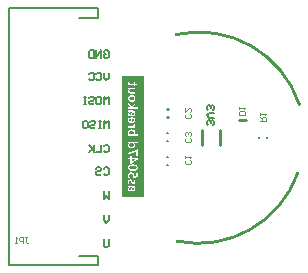
<source format=gbo>
G04 Layer_Color=32896*
%FSLAX25Y25*%
%MOIN*%
G70*
G01*
G75*
%ADD20C,0.01000*%
%ADD23C,0.00787*%
%ADD24C,0.00600*%
%ADD34C,0.00800*%
%ADD35C,0.00400*%
%ADD36C,0.00500*%
G36*
X354336Y234995D02*
X346944D01*
Y275430D01*
X354336D01*
Y234995D01*
D02*
G37*
%LPC*%
G36*
X352152Y250992D02*
X351892D01*
X351881Y250980D01*
X351864Y250969D01*
X351836Y250958D01*
X351803Y250942D01*
X351764Y250919D01*
X351675Y250869D01*
X351564Y250814D01*
X351442Y250747D01*
X351314Y250681D01*
X351181Y250614D01*
X351176D01*
X351165Y250609D01*
X351148Y250598D01*
X351120Y250586D01*
X351087Y250570D01*
X351048Y250553D01*
X350959Y250509D01*
X350848Y250459D01*
X350732Y250409D01*
X350598Y250353D01*
X350465Y250298D01*
X350460D01*
X350448Y250292D01*
X350432Y250287D01*
X350404Y250276D01*
X350371Y250259D01*
X350332Y250248D01*
X350238Y250215D01*
X350127Y250176D01*
X350005Y250131D01*
X349877Y250087D01*
X349738Y250048D01*
X349733D01*
X349722Y250043D01*
X349705Y250037D01*
X349677Y250031D01*
X349644Y250020D01*
X349605Y250009D01*
X349511Y249987D01*
X349400Y249965D01*
X349277Y249937D01*
X349139Y249909D01*
X349000Y249887D01*
Y249354D01*
X349017D01*
X349033Y249360D01*
X349061Y249365D01*
X349089Y249371D01*
X349122Y249377D01*
X349211Y249393D01*
X349311Y249415D01*
X349427Y249438D01*
X349549Y249471D01*
X349672Y249504D01*
X349677D01*
X349688Y249510D01*
X349705Y249515D01*
X349733Y249521D01*
X349760Y249532D01*
X349799Y249543D01*
X349883Y249571D01*
X349988Y249604D01*
X350099Y249643D01*
X350221Y249687D01*
X350349Y249732D01*
X350354D01*
X350365Y249737D01*
X350382Y249743D01*
X350410Y249754D01*
X350437Y249765D01*
X350476Y249782D01*
X350559Y249820D01*
X350665Y249865D01*
X350776Y249915D01*
X350898Y249965D01*
X351026Y250026D01*
X351031D01*
X351042Y250031D01*
X351059Y250043D01*
X351087Y250054D01*
X351115Y250070D01*
X351153Y250087D01*
X351242Y250131D01*
X351348Y250187D01*
X351464Y250242D01*
X351592Y250309D01*
X351719Y250376D01*
Y248883D01*
X352152D01*
Y250992D01*
D02*
G37*
G36*
X350115Y248638D02*
X349688D01*
Y248172D01*
X349000D01*
Y247673D01*
X349688D01*
Y246246D01*
X350121D01*
X350132Y246257D01*
X350160Y246280D01*
X350204Y246318D01*
X350260Y246368D01*
X350332Y246429D01*
X350410Y246496D01*
X350499Y246568D01*
X350593Y246640D01*
X350598D01*
X350604Y246652D01*
X350637Y246674D01*
X350687Y246718D01*
X350754Y246768D01*
X350832Y246829D01*
X350920Y246896D01*
X351015Y246962D01*
X351109Y247034D01*
X351115D01*
X351120Y247045D01*
X351153Y247068D01*
X351209Y247101D01*
X351275Y247151D01*
X351359Y247201D01*
X351448Y247262D01*
X351542Y247323D01*
X351642Y247384D01*
X351647D01*
X351653Y247390D01*
X351686Y247412D01*
X351742Y247440D01*
X351808Y247478D01*
X351886Y247523D01*
X351969Y247567D01*
X352152Y247656D01*
Y248172D01*
X350115D01*
Y248638D01*
D02*
G37*
G36*
X350282Y257624D02*
X350132D01*
X350093Y257618D01*
X350049D01*
X349993Y257607D01*
X349932Y257602D01*
X349866Y257591D01*
X349722Y257557D01*
X349572Y257507D01*
X349500Y257480D01*
X349427Y257441D01*
X349355Y257402D01*
X349289Y257352D01*
X349283Y257346D01*
X349272Y257341D01*
X349255Y257324D01*
X349239Y257302D01*
X349211Y257274D01*
X349183Y257241D01*
X349150Y257202D01*
X349122Y257158D01*
X349056Y257052D01*
X349006Y256925D01*
X348983Y256852D01*
X348967Y256780D01*
X348956Y256697D01*
X348950Y256614D01*
Y256608D01*
Y256597D01*
Y256569D01*
X348956Y256542D01*
X348961Y256503D01*
X348972Y256464D01*
X348994Y256364D01*
X349039Y256259D01*
X349072Y256203D01*
X349106Y256148D01*
X349150Y256092D01*
X349200Y256042D01*
X349255Y255992D01*
X349322Y255948D01*
Y255937D01*
X349000D01*
Y255426D01*
X352336D01*
Y255937D01*
X350854D01*
Y255948D01*
X350859Y255953D01*
X350876Y255959D01*
X350898Y255976D01*
X350926Y255998D01*
X350959Y256025D01*
X350998Y256059D01*
X351037Y256098D01*
X351081Y256142D01*
X351120Y256192D01*
X351159Y256247D01*
X351198Y256314D01*
X351231Y256381D01*
X351264Y256458D01*
X351287Y256536D01*
X351298Y256619D01*
X351303Y256714D01*
Y256719D01*
Y256730D01*
Y256752D01*
X351298Y256786D01*
X351292Y256819D01*
X351287Y256863D01*
X351264Y256958D01*
X351231Y257063D01*
X351176Y257174D01*
X351142Y257230D01*
X351098Y257285D01*
X351054Y257335D01*
X350998Y257380D01*
X350992Y257385D01*
X350987Y257391D01*
X350965Y257402D01*
X350942Y257418D01*
X350915Y257435D01*
X350876Y257457D01*
X350832Y257480D01*
X350787Y257502D01*
X350732Y257524D01*
X350671Y257546D01*
X350604Y257568D01*
X350532Y257585D01*
X350371Y257613D01*
X350282Y257624D01*
D02*
G37*
G36*
X352336Y253528D02*
X349000D01*
Y253017D01*
X349377D01*
Y253006D01*
X349372D01*
X349361Y252995D01*
X349339Y252978D01*
X349311Y252962D01*
X349277Y252934D01*
X349244Y252901D01*
X349205Y252862D01*
X349166Y252818D01*
X349122Y252767D01*
X349083Y252712D01*
X349050Y252651D01*
X349017Y252584D01*
X348989Y252507D01*
X348967Y252429D01*
X348956Y252340D01*
X348950Y252246D01*
Y252240D01*
Y252229D01*
Y252207D01*
X348956Y252179D01*
X348961Y252140D01*
X348967Y252101D01*
X348989Y252007D01*
X349022Y251902D01*
X349078Y251791D01*
X349111Y251735D01*
X349150Y251680D01*
X349200Y251630D01*
X349250Y251580D01*
X349255D01*
X349266Y251569D01*
X349283Y251558D01*
X349305Y251541D01*
X349333Y251524D01*
X349372Y251502D01*
X349416Y251480D01*
X349466Y251458D01*
X349522Y251430D01*
X349583Y251408D01*
X349649Y251386D01*
X349722Y251369D01*
X349799Y251352D01*
X349888Y251341D01*
X349977Y251336D01*
X350071Y251330D01*
X350127D01*
X350166Y251336D01*
X350210Y251341D01*
X350265Y251347D01*
X350326Y251352D01*
X350393Y251363D01*
X350537Y251397D01*
X350687Y251447D01*
X350759Y251480D01*
X350832Y251519D01*
X350898Y251558D01*
X350965Y251608D01*
X350970Y251613D01*
X350981Y251619D01*
X350998Y251635D01*
X351020Y251658D01*
X351042Y251685D01*
X351070Y251719D01*
X351103Y251758D01*
X351137Y251802D01*
X351198Y251907D01*
X351253Y252035D01*
X351270Y252107D01*
X351287Y252179D01*
X351298Y252262D01*
X351303Y252346D01*
Y252351D01*
Y252368D01*
Y252390D01*
X351298Y252418D01*
X351292Y252457D01*
X351287Y252501D01*
X351259Y252601D01*
X351214Y252707D01*
X351187Y252762D01*
X351148Y252818D01*
X351109Y252868D01*
X351059Y252917D01*
X351004Y252967D01*
X350937Y253006D01*
Y253017D01*
X352336D01*
Y253528D01*
D02*
G37*
G36*
X349622Y240974D02*
X349594D01*
X349561Y240968D01*
X349522Y240963D01*
X349472Y240957D01*
X349422Y240940D01*
X349372Y240924D01*
X349322Y240896D01*
X349316Y240891D01*
X349300Y240879D01*
X349277Y240863D01*
X349250Y240841D01*
X349216Y240813D01*
X349178Y240774D01*
X349144Y240735D01*
X349111Y240685D01*
X349106Y240680D01*
X349100Y240663D01*
X349083Y240635D01*
X349067Y240596D01*
X349044Y240552D01*
X349022Y240502D01*
X349006Y240441D01*
X348989Y240380D01*
Y240374D01*
X348983Y240352D01*
X348978Y240313D01*
X348972Y240269D01*
X348961Y240213D01*
X348956Y240152D01*
X348950Y240086D01*
Y240014D01*
Y240008D01*
Y239997D01*
Y239980D01*
Y239953D01*
X348956Y239919D01*
Y239886D01*
X348967Y239797D01*
X348978Y239697D01*
X349000Y239592D01*
X349028Y239481D01*
X349067Y239375D01*
X349538D01*
Y239381D01*
X349527Y239387D01*
X349516Y239403D01*
X349505Y239425D01*
X349472Y239486D01*
X349433Y239564D01*
X349389Y239658D01*
X349355Y239764D01*
X349333Y239880D01*
X349322Y240008D01*
Y240014D01*
Y240030D01*
Y240053D01*
X349327Y240080D01*
X349339Y240152D01*
X349355Y240241D01*
X349389Y240324D01*
X349439Y240397D01*
X349466Y240424D01*
X349505Y240446D01*
X349544Y240463D01*
X349594Y240469D01*
X349605D01*
X349638Y240463D01*
X349683Y240452D01*
X349727Y240430D01*
X349738Y240424D01*
X349760Y240402D01*
X349788Y240369D01*
X349821Y240324D01*
Y240319D01*
X349827Y240313D01*
X349849Y240280D01*
X349871Y240230D01*
X349899Y240163D01*
Y240158D01*
X349905Y240147D01*
X349910Y240130D01*
X349921Y240102D01*
X349943Y240041D01*
X349971Y239958D01*
Y239953D01*
X349982Y239936D01*
X349993Y239908D01*
X350005Y239875D01*
X350043Y239797D01*
X350088Y239708D01*
X350093Y239703D01*
X350099Y239692D01*
X350110Y239669D01*
X350127Y239642D01*
X350171Y239586D01*
X350226Y239525D01*
X350232Y239520D01*
X350243Y239514D01*
X350254Y239503D01*
X350276Y239486D01*
X350332Y239448D01*
X350404Y239414D01*
X350410D01*
X350421Y239409D01*
X350443Y239403D01*
X350471Y239398D01*
X350504Y239387D01*
X350543Y239381D01*
X350637Y239375D01*
X350665D01*
X350693Y239381D01*
X350732Y239387D01*
X350776Y239392D01*
X350826Y239409D01*
X350876Y239425D01*
X350920Y239453D01*
X350926Y239459D01*
X350942Y239470D01*
X350965Y239486D01*
X350992Y239509D01*
X351026Y239536D01*
X351065Y239575D01*
X351131Y239658D01*
X351137Y239664D01*
X351148Y239681D01*
X351159Y239708D01*
X351181Y239747D01*
X351203Y239792D01*
X351220Y239842D01*
X351259Y239953D01*
Y239958D01*
X351264Y239980D01*
X351275Y240014D01*
X351281Y240058D01*
X351292Y240108D01*
X351298Y240169D01*
X351303Y240297D01*
Y240302D01*
Y240313D01*
Y240324D01*
Y240347D01*
X351298Y240408D01*
X351292Y240485D01*
X351281Y240569D01*
X351264Y240663D01*
X351242Y240763D01*
X351209Y240857D01*
X350759D01*
X350765Y240846D01*
X350787Y240813D01*
X350815Y240768D01*
X350843Y240702D01*
X350876Y240619D01*
X350898Y240530D01*
X350920Y240424D01*
X350926Y240313D01*
Y240308D01*
Y240297D01*
Y240280D01*
Y240252D01*
X350915Y240197D01*
X350904Y240136D01*
Y240130D01*
X350898Y240125D01*
X350892Y240091D01*
X350876Y240047D01*
X350848Y240003D01*
X350843Y239991D01*
X350826Y239969D01*
X350798Y239942D01*
X350765Y239914D01*
X350754Y239908D01*
X350732Y239903D01*
X350698Y239892D01*
X350654Y239886D01*
X350643D01*
X350609Y239892D01*
X350571Y239897D01*
X350532Y239914D01*
X350526Y239919D01*
X350504Y239936D01*
X350471Y239969D01*
X350443Y240008D01*
Y240014D01*
X350437Y240019D01*
X350421Y240047D01*
X350399Y240097D01*
X350371Y240152D01*
Y240158D01*
X350365Y240169D01*
X350360Y240186D01*
X350354Y240208D01*
X350332Y240269D01*
X350304Y240347D01*
Y240352D01*
X350293Y240369D01*
X350282Y240397D01*
X350265Y240435D01*
X350226Y240519D01*
X350182Y240608D01*
Y240613D01*
X350171Y240630D01*
X350160Y240646D01*
X350143Y240674D01*
X350099Y240741D01*
X350043Y240802D01*
X350038Y240807D01*
X350032Y240818D01*
X350016Y240829D01*
X349993Y240852D01*
X349932Y240891D01*
X349860Y240929D01*
X349855D01*
X349844Y240935D01*
X349821Y240946D01*
X349794Y240952D01*
X349760Y240963D01*
X349716Y240968D01*
X349622Y240974D01*
D02*
G37*
G36*
X350465Y238893D02*
X349000D01*
Y238399D01*
X349350D01*
Y238387D01*
X349344D01*
X349333Y238376D01*
X349311Y238365D01*
X349289Y238343D01*
X349222Y238288D01*
X349150Y238215D01*
X349078Y238121D01*
X349011Y237999D01*
X348989Y237932D01*
X348967Y237866D01*
X348956Y237788D01*
X348950Y237705D01*
Y237699D01*
Y237688D01*
Y237671D01*
X348956Y237649D01*
X348961Y237588D01*
X348972Y237516D01*
X348994Y237433D01*
X349028Y237344D01*
X349067Y237261D01*
X349128Y237183D01*
X349139Y237178D01*
X349161Y237155D01*
X349200Y237122D01*
X349255Y237089D01*
X349322Y237055D01*
X349405Y237022D01*
X349500Y237000D01*
X349605Y236995D01*
X349633D01*
X349666Y237000D01*
X349705Y237005D01*
X349755Y237017D01*
X349810Y237033D01*
X349871Y237055D01*
X349938Y237089D01*
X350005Y237128D01*
X350066Y237178D01*
X350132Y237233D01*
X350188Y237305D01*
X350243Y237388D01*
X350288Y237488D01*
X350321Y237605D01*
X350349Y237733D01*
X350443Y238399D01*
X350465D01*
X350487Y238393D01*
X350515D01*
X350554Y238387D01*
X350593Y238376D01*
X350682Y238343D01*
X350726Y238315D01*
X350770Y238288D01*
X350809Y238249D01*
X350848Y238204D01*
X350876Y238154D01*
X350898Y238093D01*
X350915Y238021D01*
X350920Y237944D01*
Y237938D01*
Y237927D01*
Y237905D01*
X350915Y237877D01*
Y237838D01*
X350904Y237799D01*
X350887Y237699D01*
X350854Y237588D01*
X350804Y237466D01*
X350770Y237405D01*
X350737Y237338D01*
X350693Y237278D01*
X350643Y237216D01*
X351092D01*
Y237222D01*
X351103Y237233D01*
X351115Y237250D01*
X351126Y237278D01*
X351142Y237311D01*
X351159Y237355D01*
X351176Y237400D01*
X351198Y237455D01*
X351237Y237572D01*
X351270Y237710D01*
X351292Y237871D01*
X351303Y238038D01*
Y238049D01*
Y238077D01*
X351298Y238116D01*
X351292Y238171D01*
X351275Y238238D01*
X351259Y238310D01*
X351231Y238387D01*
X351198Y238465D01*
X351153Y238543D01*
X351098Y238621D01*
X351031Y238693D01*
X350948Y238759D01*
X350854Y238815D01*
X350743Y238854D01*
X350615Y238881D01*
X350465Y238893D01*
D02*
G37*
G36*
X350587Y245963D02*
X350510D01*
X350454Y245958D01*
X350388Y245952D01*
X350310Y245947D01*
X350226Y245941D01*
X350138Y245924D01*
X349938Y245891D01*
X349733Y245841D01*
X349638Y245808D01*
X349538Y245769D01*
X349449Y245719D01*
X349366Y245669D01*
X349361Y245663D01*
X349350Y245658D01*
X349327Y245641D01*
X349300Y245614D01*
X349272Y245586D01*
X349233Y245547D01*
X349200Y245508D01*
X349161Y245458D01*
X349122Y245403D01*
X349083Y245342D01*
X349044Y245269D01*
X349017Y245197D01*
X348989Y245120D01*
X348967Y245036D01*
X348956Y244942D01*
X348950Y244848D01*
Y244842D01*
Y244826D01*
X348956Y244798D01*
Y244764D01*
X348961Y244726D01*
X348972Y244676D01*
X349000Y244565D01*
X349022Y244504D01*
X349050Y244443D01*
X349078Y244376D01*
X349117Y244315D01*
X349166Y244248D01*
X349216Y244187D01*
X349277Y244132D01*
X349350Y244076D01*
X349355Y244071D01*
X349366Y244065D01*
X349394Y244049D01*
X349422Y244032D01*
X349466Y244010D01*
X349516Y243987D01*
X349577Y243965D01*
X349644Y243937D01*
X349722Y243910D01*
X349810Y243888D01*
X349905Y243865D01*
X350010Y243843D01*
X350121Y243827D01*
X350243Y243810D01*
X350371Y243804D01*
X350510Y243799D01*
X350587D01*
X350648Y243804D01*
X350715Y243810D01*
X350798Y243815D01*
X350887Y243821D01*
X350981Y243838D01*
X351187Y243871D01*
X351398Y243921D01*
X351498Y243954D01*
X351597Y243993D01*
X351692Y244037D01*
X351775Y244087D01*
X351781Y244093D01*
X351792Y244098D01*
X351814Y244115D01*
X351842Y244143D01*
X351875Y244171D01*
X351914Y244210D01*
X351953Y244248D01*
X351991Y244298D01*
X352030Y244354D01*
X352069Y244420D01*
X352108Y244487D01*
X352141Y244559D01*
X352169Y244642D01*
X352191Y244726D01*
X352202Y244820D01*
X352208Y244920D01*
Y244925D01*
Y244931D01*
X352202Y244964D01*
X352197Y245014D01*
X352180Y245081D01*
X352158Y245164D01*
X352125Y245253D01*
X352075Y245342D01*
X352008Y245442D01*
X351919Y245541D01*
X351869Y245586D01*
X351814Y245636D01*
X351753Y245680D01*
X351681Y245719D01*
X351608Y245763D01*
X351525Y245802D01*
X351436Y245836D01*
X351337Y245869D01*
X351237Y245897D01*
X351120Y245919D01*
X351004Y245936D01*
X350870Y245952D01*
X350737Y245958D01*
X350587Y245963D01*
D02*
G37*
G36*
X349977Y243333D02*
X349932D01*
X349899Y243327D01*
X349860Y243321D01*
X349810Y243316D01*
X349705Y243294D01*
X349583Y243255D01*
X349522Y243233D01*
X349461Y243199D01*
X349400Y243161D01*
X349339Y243122D01*
X349277Y243072D01*
X349222Y243016D01*
X349216Y243011D01*
X349211Y243000D01*
X349194Y242983D01*
X349178Y242961D01*
X349155Y242927D01*
X349133Y242888D01*
X349111Y242844D01*
X349083Y242794D01*
X349056Y242733D01*
X349033Y242672D01*
X349011Y242600D01*
X348989Y242522D01*
X348972Y242439D01*
X348956Y242350D01*
X348950Y242256D01*
X348944Y242156D01*
Y242150D01*
Y242134D01*
Y242111D01*
Y242078D01*
X348950Y242045D01*
Y242001D01*
X348961Y241895D01*
X348978Y241784D01*
X349000Y241673D01*
X349028Y241562D01*
X349072Y241468D01*
X349561D01*
Y241473D01*
X349549Y241484D01*
X349544Y241501D01*
X349527Y241523D01*
X349494Y241584D01*
X349455Y241662D01*
X349416Y241756D01*
X349383Y241862D01*
X349361Y241978D01*
X349350Y242095D01*
Y242101D01*
Y242111D01*
Y242128D01*
Y242150D01*
X349361Y242206D01*
X349372Y242278D01*
X349389Y242361D01*
X349416Y242450D01*
X349455Y242533D01*
X349511Y242611D01*
X349516Y242622D01*
X349544Y242644D01*
X349577Y242672D01*
X349627Y242711D01*
X349694Y242750D01*
X349766Y242778D01*
X349855Y242800D01*
X349955Y242811D01*
X349966D01*
X349999Y242805D01*
X350049Y242800D01*
X350104Y242789D01*
X350171Y242761D01*
X350243Y242728D01*
X350310Y242678D01*
X350371Y242611D01*
X350376Y242600D01*
X350393Y242572D01*
X350421Y242528D01*
X350448Y242467D01*
X350471Y242384D01*
X350499Y242284D01*
X350515Y242173D01*
X350521Y242039D01*
Y242034D01*
Y242012D01*
Y241978D01*
X350515Y241928D01*
Y241856D01*
X350510Y241768D01*
X350504Y241718D01*
Y241656D01*
X350499Y241595D01*
X350493Y241523D01*
X352152Y241634D01*
Y243188D01*
X351719D01*
Y242062D01*
X350926Y242006D01*
Y242012D01*
Y242034D01*
X350931Y242062D01*
Y242095D01*
Y242139D01*
X350937Y242189D01*
Y242284D01*
Y242289D01*
Y242306D01*
Y242334D01*
X350931Y242367D01*
Y242406D01*
X350926Y242456D01*
X350904Y242567D01*
X350876Y242694D01*
X350826Y242822D01*
X350765Y242944D01*
X350721Y243000D01*
X350676Y243055D01*
X350671Y243061D01*
X350665Y243066D01*
X350648Y243083D01*
X350632Y243099D01*
X350604Y243122D01*
X350571Y243144D01*
X350493Y243194D01*
X350393Y243244D01*
X350271Y243288D01*
X350132Y243321D01*
X350060Y243327D01*
X349977Y243333D01*
D02*
G37*
G36*
X351248Y259450D02*
X350765D01*
X350770Y259444D01*
X350776Y259433D01*
X350787Y259411D01*
X350804Y259383D01*
X350815Y259344D01*
X350826Y259300D01*
X350832Y259244D01*
X350837Y259183D01*
Y259172D01*
X350832Y259144D01*
X350826Y259106D01*
X350809Y259050D01*
X350787Y258989D01*
X350748Y258928D01*
X350698Y258861D01*
X350632Y258800D01*
X350621Y258795D01*
X350593Y258778D01*
X350549Y258751D01*
X350487Y258728D01*
X350404Y258700D01*
X350310Y258673D01*
X350199Y258656D01*
X350077Y258651D01*
X349000D01*
Y258140D01*
X351253D01*
Y258651D01*
X350787D01*
Y258662D01*
X350793D01*
X350798Y258667D01*
X350826Y258678D01*
X350870Y258695D01*
X350926Y258717D01*
X350981Y258751D01*
X351042Y258789D01*
X351103Y258834D01*
X351159Y258889D01*
X351165Y258895D01*
X351181Y258917D01*
X351203Y258950D01*
X351226Y258989D01*
X351248Y259045D01*
X351270Y259100D01*
X351287Y259167D01*
X351292Y259239D01*
Y259244D01*
Y259261D01*
Y259289D01*
X351287Y259317D01*
X351275Y259389D01*
X351264Y259422D01*
X351248Y259450D01*
D02*
G37*
G36*
X349000Y266604D02*
Y265954D01*
X350082Y265077D01*
Y265072D01*
X349000D01*
Y264556D01*
X352336D01*
Y265072D01*
X350221D01*
Y265077D01*
X351253Y265904D01*
Y266520D01*
X350166Y265588D01*
X349000Y266604D01*
D02*
G37*
G36*
X350465Y263934D02*
X349000D01*
Y263440D01*
X349350D01*
Y263429D01*
X349344D01*
X349333Y263418D01*
X349311Y263407D01*
X349289Y263385D01*
X349222Y263329D01*
X349150Y263257D01*
X349078Y263163D01*
X349011Y263041D01*
X348989Y262974D01*
X348967Y262907D01*
X348956Y262830D01*
X348950Y262747D01*
Y262741D01*
Y262730D01*
Y262713D01*
X348956Y262691D01*
X348961Y262630D01*
X348972Y262558D01*
X348994Y262474D01*
X349028Y262386D01*
X349067Y262302D01*
X349128Y262225D01*
X349139Y262219D01*
X349161Y262197D01*
X349200Y262164D01*
X349255Y262130D01*
X349322Y262097D01*
X349405Y262064D01*
X349500Y262042D01*
X349605Y262036D01*
X349633D01*
X349666Y262042D01*
X349705Y262047D01*
X349755Y262058D01*
X349810Y262075D01*
X349871Y262097D01*
X349938Y262130D01*
X350005Y262169D01*
X350066Y262219D01*
X350132Y262275D01*
X350188Y262347D01*
X350243Y262430D01*
X350288Y262530D01*
X350321Y262647D01*
X350349Y262774D01*
X350443Y263440D01*
X350465D01*
X350487Y263435D01*
X350515D01*
X350554Y263429D01*
X350593Y263418D01*
X350682Y263385D01*
X350726Y263357D01*
X350770Y263329D01*
X350809Y263290D01*
X350848Y263246D01*
X350876Y263196D01*
X350898Y263135D01*
X350915Y263063D01*
X350920Y262985D01*
Y262980D01*
Y262968D01*
Y262946D01*
X350915Y262918D01*
Y262880D01*
X350904Y262841D01*
X350887Y262741D01*
X350854Y262630D01*
X350804Y262508D01*
X350770Y262447D01*
X350737Y262380D01*
X350693Y262319D01*
X350643Y262258D01*
X351092D01*
Y262264D01*
X351103Y262275D01*
X351115Y262291D01*
X351126Y262319D01*
X351142Y262352D01*
X351159Y262397D01*
X351176Y262441D01*
X351198Y262497D01*
X351237Y262613D01*
X351270Y262752D01*
X351292Y262913D01*
X351303Y263079D01*
Y263090D01*
Y263118D01*
X351298Y263157D01*
X351292Y263213D01*
X351275Y263279D01*
X351259Y263351D01*
X351231Y263429D01*
X351198Y263507D01*
X351153Y263584D01*
X351098Y263662D01*
X351031Y263734D01*
X350948Y263801D01*
X350854Y263856D01*
X350743Y263895D01*
X350615Y263923D01*
X350465Y263934D01*
D02*
G37*
G36*
X350132Y269096D02*
X350082D01*
X350043Y269090D01*
X349999Y269085D01*
X349943Y269079D01*
X349888Y269068D01*
X349821Y269057D01*
X349688Y269018D01*
X349616Y268990D01*
X349544Y268962D01*
X349472Y268924D01*
X349400Y268879D01*
X349333Y268829D01*
X349272Y268774D01*
X349266Y268768D01*
X349261Y268757D01*
X349244Y268741D01*
X349222Y268718D01*
X349200Y268685D01*
X349172Y268646D01*
X349139Y268602D01*
X349111Y268546D01*
X349083Y268491D01*
X349050Y268424D01*
X349022Y268357D01*
X349000Y268280D01*
X348978Y268197D01*
X348967Y268108D01*
X348956Y268019D01*
X348950Y267919D01*
Y267914D01*
Y267897D01*
Y267869D01*
X348956Y267830D01*
X348961Y267791D01*
X348967Y267736D01*
X348978Y267680D01*
X348989Y267619D01*
X349028Y267486D01*
X349083Y267347D01*
X349117Y267281D01*
X349161Y267214D01*
X349205Y267148D01*
X349261Y267087D01*
X349266Y267081D01*
X349277Y267075D01*
X349294Y267059D01*
X349316Y267037D01*
X349350Y267014D01*
X349389Y266987D01*
X349433Y266959D01*
X349483Y266931D01*
X349544Y266903D01*
X349605Y266876D01*
X349672Y266848D01*
X349749Y266826D01*
X349916Y266787D01*
X350005Y266781D01*
X350099Y266776D01*
X350154D01*
X350193Y266781D01*
X350238Y266787D01*
X350293Y266792D01*
X350354Y266804D01*
X350421Y266815D01*
X350565Y266853D01*
X350637Y266881D01*
X350709Y266915D01*
X350782Y266948D01*
X350854Y266992D01*
X350920Y267042D01*
X350981Y267098D01*
X350987Y267103D01*
X350998Y267114D01*
X351009Y267131D01*
X351031Y267159D01*
X351054Y267192D01*
X351081Y267231D01*
X351115Y267275D01*
X351142Y267331D01*
X351170Y267392D01*
X351203Y267458D01*
X351231Y267530D01*
X351253Y267608D01*
X351275Y267691D01*
X351292Y267780D01*
X351298Y267875D01*
X351303Y267974D01*
Y267980D01*
Y267997D01*
Y268024D01*
X351298Y268063D01*
X351292Y268108D01*
X351287Y268158D01*
X351275Y268213D01*
X351264Y268274D01*
X351226Y268408D01*
X351170Y268546D01*
X351137Y268613D01*
X351098Y268674D01*
X351048Y268741D01*
X350992Y268796D01*
X350987Y268801D01*
X350976Y268807D01*
X350959Y268824D01*
X350937Y268840D01*
X350904Y268868D01*
X350865Y268890D01*
X350820Y268918D01*
X350770Y268946D01*
X350709Y268973D01*
X350648Y269001D01*
X350576Y269029D01*
X350499Y269051D01*
X350415Y269068D01*
X350326Y269085D01*
X350232Y269090D01*
X350132Y269096D01*
D02*
G37*
G36*
X351253Y273430D02*
X350848D01*
Y272892D01*
X349688D01*
X349655Y272897D01*
X349610Y272903D01*
X349516Y272925D01*
X349472Y272942D01*
X349433Y272964D01*
X349427Y272970D01*
X349422Y272981D01*
X349405Y272997D01*
X349394Y273025D01*
X349377Y273058D01*
X349361Y273103D01*
X349355Y273153D01*
X349350Y273208D01*
Y273214D01*
Y273230D01*
X349355Y273253D01*
X349361Y273286D01*
X349383Y273358D01*
X349400Y273391D01*
X349427Y273430D01*
X349022D01*
X349017Y273425D01*
X349011Y273402D01*
X349000Y273369D01*
X348989Y273330D01*
X348972Y273275D01*
X348961Y273208D01*
X348956Y273130D01*
X348950Y273042D01*
Y273036D01*
Y273014D01*
X348956Y272981D01*
X348961Y272936D01*
X348967Y272886D01*
X348983Y272831D01*
X349000Y272775D01*
X349028Y272714D01*
X349061Y272648D01*
X349106Y272592D01*
X349155Y272537D01*
X349216Y272487D01*
X349289Y272442D01*
X349372Y272409D01*
X349466Y272387D01*
X349577Y272381D01*
X350848D01*
Y272009D01*
X351253D01*
Y272381D01*
X351769D01*
X351919Y272892D01*
X351253D01*
Y273430D01*
D02*
G37*
G36*
X350276Y261720D02*
X349988D01*
Y260182D01*
X349960D01*
X349938Y260188D01*
X349877Y260193D01*
X349810Y260210D01*
X349727Y260232D01*
X349649Y260271D01*
X349572Y260315D01*
X349500Y260377D01*
X349494Y260388D01*
X349472Y260410D01*
X349449Y260454D01*
X349416Y260510D01*
X349389Y260582D01*
X349361Y260665D01*
X349339Y260765D01*
X349333Y260882D01*
Y260887D01*
Y260898D01*
Y260915D01*
X349339Y260943D01*
Y260976D01*
X349344Y261009D01*
X349361Y261098D01*
X349389Y261204D01*
X349422Y261315D01*
X349477Y261426D01*
X349549Y261542D01*
X349139D01*
Y261537D01*
X349133Y261526D01*
X349122Y261509D01*
X349111Y261487D01*
X349094Y261453D01*
X349078Y261420D01*
X349061Y261376D01*
X349044Y261326D01*
X349028Y261270D01*
X349011Y261209D01*
X348994Y261142D01*
X348978Y261070D01*
X348956Y260909D01*
X348950Y260732D01*
Y260726D01*
Y260710D01*
Y260682D01*
X348956Y260648D01*
X348961Y260610D01*
X348967Y260560D01*
X348989Y260449D01*
X349022Y260321D01*
X349078Y260193D01*
X349117Y260127D01*
X349155Y260066D01*
X349200Y260005D01*
X349255Y259949D01*
X349261Y259944D01*
X349272Y259938D01*
X349289Y259922D01*
X349311Y259905D01*
X349344Y259883D01*
X349383Y259860D01*
X349427Y259833D01*
X349477Y259810D01*
X349533Y259783D01*
X349599Y259755D01*
X349672Y259733D01*
X349749Y259711D01*
X349833Y259694D01*
X349921Y259677D01*
X350016Y259672D01*
X350115Y259666D01*
X350166D01*
X350204Y259672D01*
X350249Y259677D01*
X350299Y259683D01*
X350360Y259694D01*
X350421Y259705D01*
X350554Y259744D01*
X350698Y259799D01*
X350770Y259833D01*
X350837Y259877D01*
X350909Y259922D01*
X350970Y259977D01*
X350976Y259982D01*
X350987Y259994D01*
X351004Y260010D01*
X351020Y260033D01*
X351048Y260066D01*
X351076Y260099D01*
X351103Y260143D01*
X351137Y260193D01*
X351198Y260304D01*
X351253Y260438D01*
X351270Y260510D01*
X351287Y260588D01*
X351298Y260671D01*
X351303Y260754D01*
Y260759D01*
Y260776D01*
Y260798D01*
X351298Y260832D01*
X351292Y260871D01*
X351287Y260915D01*
X351264Y261015D01*
X351231Y261131D01*
X351176Y261248D01*
X351142Y261309D01*
X351103Y261365D01*
X351059Y261414D01*
X351004Y261464D01*
X350998Y261470D01*
X350992Y261475D01*
X350976Y261487D01*
X350948Y261503D01*
X350920Y261526D01*
X350881Y261548D01*
X350843Y261570D01*
X350793Y261592D01*
X350737Y261614D01*
X350676Y261636D01*
X350604Y261659D01*
X350532Y261681D01*
X350454Y261698D01*
X350371Y261709D01*
X350276Y261720D01*
D02*
G37*
G36*
X351253Y271576D02*
X349000D01*
Y271066D01*
X349355D01*
Y271060D01*
X349350D01*
X349339Y271049D01*
X349316Y271038D01*
X349294Y271016D01*
X349228Y270966D01*
X349155Y270888D01*
X349117Y270844D01*
X349078Y270794D01*
X349044Y270739D01*
X349011Y270672D01*
X348989Y270605D01*
X348967Y270533D01*
X348956Y270450D01*
X348950Y270367D01*
Y270356D01*
Y270333D01*
X348956Y270294D01*
X348967Y270245D01*
X348978Y270183D01*
X349000Y270111D01*
X349028Y270039D01*
X349072Y269967D01*
X349122Y269895D01*
X349183Y269823D01*
X349261Y269751D01*
X349355Y269695D01*
X349461Y269640D01*
X349588Y269601D01*
X349738Y269579D01*
X349816Y269567D01*
X351253D01*
Y270078D01*
X349927D01*
X349899Y270084D01*
X349860D01*
X349816Y270095D01*
X349766Y270106D01*
X349655Y270139D01*
X349594Y270161D01*
X349544Y270195D01*
X349488Y270233D01*
X349444Y270278D01*
X349405Y270333D01*
X349377Y270394D01*
X349355Y270466D01*
X349350Y270550D01*
Y270561D01*
X349355Y270589D01*
X349361Y270627D01*
X349372Y270683D01*
X349389Y270739D01*
X349422Y270805D01*
X349461Y270866D01*
X349516Y270922D01*
X349522Y270927D01*
X349544Y270944D01*
X349583Y270966D01*
X349633Y270994D01*
X349699Y271022D01*
X349771Y271044D01*
X349860Y271060D01*
X349955Y271066D01*
X351253D01*
Y271576D01*
D02*
G37*
%LPD*%
G36*
X351425Y247661D02*
X351398Y247651D01*
X351370Y247634D01*
X351331Y247612D01*
X351287Y247584D01*
X351187Y247523D01*
X351070Y247451D01*
X350942Y247373D01*
X350815Y247290D01*
X350687Y247201D01*
X350682D01*
X350671Y247190D01*
X350654Y247179D01*
X350632Y247162D01*
X350571Y247118D01*
X350493Y247057D01*
X350404Y246990D01*
X350310Y246918D01*
X350210Y246840D01*
X350115Y246762D01*
Y247673D01*
X351436D01*
X351425Y247661D01*
D02*
G37*
G36*
X350304Y257091D02*
X350376Y257080D01*
X350460Y257058D01*
X350549Y257035D01*
X350632Y256997D01*
X350709Y256947D01*
X350715Y256941D01*
X350737Y256919D01*
X350770Y256886D01*
X350804Y256841D01*
X350837Y256780D01*
X350870Y256714D01*
X350892Y256630D01*
X350898Y256542D01*
Y256536D01*
Y256530D01*
X350892Y256497D01*
X350887Y256447D01*
X350876Y256381D01*
X350848Y256314D01*
X350815Y256236D01*
X350770Y256164D01*
X350704Y256098D01*
X350693Y256092D01*
X350671Y256075D01*
X350626Y256048D01*
X350571Y256020D01*
X350499Y255986D01*
X350421Y255964D01*
X350326Y255942D01*
X350221Y255937D01*
X349899D01*
X349849Y255948D01*
X349794Y255959D01*
X349727Y255976D01*
X349660Y256003D01*
X349588Y256042D01*
X349522Y256092D01*
X349516Y256098D01*
X349494Y256120D01*
X349466Y256153D01*
X349439Y256203D01*
X349405Y256259D01*
X349377Y256325D01*
X349355Y256403D01*
X349350Y256492D01*
Y256497D01*
Y256503D01*
X349355Y256536D01*
X349361Y256592D01*
X349377Y256653D01*
X349405Y256725D01*
X349444Y256797D01*
X349500Y256869D01*
X349572Y256936D01*
X349583Y256941D01*
X349610Y256963D01*
X349660Y256986D01*
X349733Y257019D01*
X349821Y257047D01*
X349927Y257074D01*
X350049Y257091D01*
X350188Y257097D01*
X350243D01*
X350304Y257091D01*
D02*
G37*
G36*
X350404Y253017D02*
X350460Y253001D01*
X350526Y252984D01*
X350593Y252956D01*
X350659Y252917D01*
X350726Y252862D01*
X350732Y252856D01*
X350754Y252834D01*
X350782Y252801D01*
X350815Y252756D01*
X350843Y252695D01*
X350870Y252629D01*
X350892Y252551D01*
X350898Y252468D01*
Y252462D01*
Y252457D01*
Y252440D01*
X350892Y252418D01*
X350887Y252368D01*
X350870Y252301D01*
X350848Y252229D01*
X350809Y252157D01*
X350754Y252079D01*
X350682Y252013D01*
X350671Y252007D01*
X350643Y251991D01*
X350593Y251963D01*
X350532Y251935D01*
X350443Y251902D01*
X350343Y251880D01*
X350226Y251857D01*
X350093Y251852D01*
X350038D01*
X349977Y251863D01*
X349899Y251874D01*
X349810Y251891D01*
X349722Y251918D01*
X349633Y251957D01*
X349549Y252007D01*
X349538Y252013D01*
X349516Y252035D01*
X349488Y252074D01*
X349449Y252124D01*
X349411Y252185D01*
X349383Y252257D01*
X349361Y252340D01*
X349350Y252434D01*
Y252440D01*
Y252446D01*
X349355Y252479D01*
X349361Y252523D01*
X349372Y252584D01*
X349394Y252651D01*
X349427Y252723D01*
X349477Y252790D01*
X349538Y252856D01*
X349549Y252862D01*
X349572Y252884D01*
X349616Y252912D01*
X349672Y252940D01*
X349744Y252973D01*
X349827Y252995D01*
X349921Y253017D01*
X350027Y253023D01*
X350360D01*
X350404Y253017D01*
D02*
G37*
G36*
X350038Y237927D02*
Y237916D01*
X350032Y237888D01*
X350027Y237849D01*
X350016Y237805D01*
X349982Y237694D01*
X349960Y237638D01*
X349932Y237594D01*
X349927Y237588D01*
X349916Y237577D01*
X349899Y237561D01*
X349871Y237538D01*
X349833Y237516D01*
X349782Y237499D01*
X349727Y237488D01*
X349655Y237483D01*
X349633D01*
X349605Y237488D01*
X349572Y237494D01*
X349538Y237505D01*
X349500Y237527D01*
X349461Y237549D01*
X349422Y237583D01*
X349416Y237588D01*
X349411Y237599D01*
X349394Y237627D01*
X349377Y237655D01*
X349361Y237699D01*
X349350Y237744D01*
X349339Y237799D01*
X349333Y237860D01*
Y237871D01*
Y237899D01*
X349344Y237944D01*
X349355Y237993D01*
X349372Y238054D01*
X349400Y238121D01*
X349439Y238182D01*
X349494Y238243D01*
X349500Y238249D01*
X349522Y238265D01*
X349561Y238293D01*
X349610Y238321D01*
X349672Y238349D01*
X349738Y238376D01*
X349821Y238393D01*
X349910Y238399D01*
X350104D01*
X350038Y237927D01*
D02*
G37*
G36*
X350671Y245436D02*
X350748D01*
X350843Y245425D01*
X350948Y245414D01*
X351059Y245397D01*
X351176Y245375D01*
X351292Y245347D01*
X351403Y245308D01*
X351509Y245264D01*
X351603Y245214D01*
X351681Y245147D01*
X351742Y245075D01*
X351764Y245036D01*
X351786Y244992D01*
X351792Y244948D01*
X351797Y244898D01*
Y244892D01*
Y244876D01*
X351792Y244842D01*
X351775Y244809D01*
X351758Y244764D01*
X351731Y244714D01*
X351692Y244665D01*
X351642Y244609D01*
X351570Y244553D01*
X351486Y244504D01*
X351386Y244454D01*
X351325Y244431D01*
X351264Y244409D01*
X351192Y244393D01*
X351120Y244376D01*
X351037Y244359D01*
X350948Y244348D01*
X350854Y244337D01*
X350754Y244326D01*
X350648Y244320D01*
X350482D01*
X350421Y244326D01*
X350349Y244332D01*
X350260Y244337D01*
X350160Y244348D01*
X350049Y244370D01*
X349943Y244393D01*
X349833Y244420D01*
X349722Y244459D01*
X349622Y244504D01*
X349533Y244559D01*
X349461Y244626D01*
X349400Y244698D01*
X349377Y244742D01*
X349361Y244787D01*
X349355Y244837D01*
X349350Y244886D01*
Y244892D01*
Y244909D01*
X349355Y244936D01*
X349366Y244975D01*
X349389Y245014D01*
X349411Y245064D01*
X349449Y245114D01*
X349500Y245164D01*
X349566Y245214D01*
X349644Y245264D01*
X349744Y245314D01*
X349860Y245353D01*
X349927Y245375D01*
X349993Y245392D01*
X350071Y245403D01*
X350154Y245419D01*
X350249Y245430D01*
X350343Y245436D01*
X350443Y245442D01*
X350609D01*
X350671Y245436D01*
D02*
G37*
G36*
X350038Y262968D02*
Y262957D01*
X350032Y262930D01*
X350027Y262891D01*
X350016Y262846D01*
X349982Y262735D01*
X349960Y262680D01*
X349932Y262635D01*
X349927Y262630D01*
X349916Y262619D01*
X349899Y262602D01*
X349871Y262580D01*
X349833Y262558D01*
X349782Y262541D01*
X349727Y262530D01*
X349655Y262524D01*
X349633D01*
X349605Y262530D01*
X349572Y262536D01*
X349538Y262547D01*
X349500Y262569D01*
X349461Y262591D01*
X349422Y262624D01*
X349416Y262630D01*
X349411Y262641D01*
X349394Y262669D01*
X349377Y262697D01*
X349361Y262741D01*
X349350Y262785D01*
X349339Y262841D01*
X349333Y262902D01*
Y262913D01*
Y262941D01*
X349344Y262985D01*
X349355Y263035D01*
X349372Y263096D01*
X349400Y263163D01*
X349439Y263224D01*
X349494Y263285D01*
X349500Y263290D01*
X349522Y263307D01*
X349561Y263335D01*
X349610Y263363D01*
X349672Y263390D01*
X349738Y263418D01*
X349821Y263435D01*
X349910Y263440D01*
X350104D01*
X350038Y262968D01*
D02*
G37*
G36*
X350249Y268563D02*
X350332Y268546D01*
X350426Y268530D01*
X350521Y268502D01*
X350609Y268463D01*
X350693Y268408D01*
X350704Y268402D01*
X350726Y268380D01*
X350759Y268341D01*
X350798Y268291D01*
X350832Y268224D01*
X350865Y268147D01*
X350887Y268052D01*
X350898Y267947D01*
Y267941D01*
Y267936D01*
Y267919D01*
X350892Y267897D01*
X350887Y267841D01*
X350870Y267775D01*
X350848Y267697D01*
X350809Y267619D01*
X350759Y267542D01*
X350687Y267470D01*
X350676Y267464D01*
X350648Y267442D01*
X350604Y267414D01*
X350537Y267386D01*
X350454Y267353D01*
X350354Y267325D01*
X350238Y267303D01*
X350110Y267297D01*
X350077D01*
X350049Y267303D01*
X349988Y267309D01*
X349905Y267320D01*
X349816Y267342D01*
X349722Y267375D01*
X349633Y267414D01*
X349549Y267475D01*
X349538Y267486D01*
X349516Y267508D01*
X349488Y267547D01*
X349449Y267603D01*
X349411Y267669D01*
X349383Y267747D01*
X349361Y267841D01*
X349350Y267947D01*
Y267952D01*
Y267958D01*
Y267974D01*
X349355Y267997D01*
X349361Y268052D01*
X349377Y268119D01*
X349400Y268191D01*
X349433Y268269D01*
X349483Y268341D01*
X349549Y268408D01*
X349561Y268413D01*
X349588Y268435D01*
X349633Y268457D01*
X349694Y268491D01*
X349777Y268518D01*
X349877Y268546D01*
X349988Y268563D01*
X350121Y268568D01*
X350182D01*
X350249Y268563D01*
D02*
G37*
G36*
X350443Y261220D02*
X350504Y261209D01*
X350571Y261192D01*
X350643Y261170D01*
X350709Y261142D01*
X350770Y261098D01*
X350776Y261092D01*
X350793Y261076D01*
X350820Y261048D01*
X350848Y261004D01*
X350876Y260954D01*
X350904Y260893D01*
X350920Y260826D01*
X350926Y260743D01*
Y260732D01*
Y260710D01*
X350920Y260665D01*
X350904Y260615D01*
X350887Y260560D01*
X350859Y260493D01*
X350820Y260432D01*
X350765Y260371D01*
X350759Y260366D01*
X350737Y260349D01*
X350698Y260321D01*
X350654Y260293D01*
X350593Y260260D01*
X350521Y260227D01*
X350437Y260205D01*
X350349Y260182D01*
Y261226D01*
X350393D01*
X350443Y261220D01*
D02*
G37*
D20*
X365272Y220350D02*
G03*
X405553Y243159I6978J34650D01*
G01*
X406056Y265853D02*
G03*
X364939Y289278I-33556J-11103D01*
G01*
X379500Y256500D02*
Y257500D01*
Y252500D02*
Y256500D01*
X373500Y253500D02*
Y257500D01*
Y252500D02*
Y253500D01*
X385819Y260906D02*
X388181D01*
X361803Y261622D02*
X362197D01*
X361803Y264378D02*
X362197D01*
X365272Y220350D02*
X365350D01*
D23*
X392622Y254803D02*
Y255197D01*
X395378Y254803D02*
Y255197D01*
X361803Y256378D02*
X362197D01*
X361803Y253622D02*
X362197D01*
X361803Y245622D02*
X362197D01*
X361803Y248378D02*
X362197D01*
D24*
X377283Y259000D02*
X377699Y259417D01*
Y260250D01*
X377283Y260666D01*
X376866D01*
X376450Y260250D01*
Y259833D01*
Y260250D01*
X376033Y260666D01*
X375617D01*
X375200Y260250D01*
Y259417D01*
X375617Y259000D01*
X377699Y261499D02*
X376033D01*
X375200Y262332D01*
X376033Y263165D01*
X377699D01*
X377283Y263998D02*
X377699Y264415D01*
Y265248D01*
X377283Y265665D01*
X376866D01*
X376450Y265248D01*
Y264831D01*
Y265248D01*
X376033Y265665D01*
X375617D01*
X375200Y265248D01*
Y264415D01*
X375617Y263998D01*
D34*
X332600Y215330D02*
X338899D01*
X332600Y294700D02*
X338999D01*
X338899Y212330D02*
Y215330D01*
X338999Y294700D02*
Y298200D01*
X309100Y212330D02*
X338899D01*
X309100D02*
Y298200D01*
X338999D01*
D35*
X369666Y254833D02*
X369999Y254500D01*
Y253833D01*
X369666Y253500D01*
X368333D01*
X368000Y253833D01*
Y254500D01*
X368333Y254833D01*
X369666Y255499D02*
X369999Y255833D01*
Y256499D01*
X369666Y256832D01*
X369333D01*
X369000Y256499D01*
Y256166D01*
Y256499D01*
X368666Y256832D01*
X368333D01*
X368000Y256499D01*
Y255833D01*
X368333Y255499D01*
X369666Y247333D02*
X369999Y247000D01*
Y246333D01*
X369666Y246000D01*
X368333D01*
X368000Y246333D01*
Y247000D01*
X368333Y247333D01*
X368000Y247999D02*
Y248666D01*
Y248333D01*
X369999D01*
X369666Y247999D01*
Y262833D02*
X369999Y262500D01*
Y261833D01*
X369666Y261500D01*
X368333D01*
X368000Y261833D01*
Y262500D01*
X368333Y262833D01*
X368000Y264832D02*
Y263499D01*
X369333Y264832D01*
X369666D01*
X369999Y264499D01*
Y263833D01*
X369666Y263499D01*
X314452Y221877D02*
X315119D01*
X314785D01*
Y220211D01*
X315119Y219878D01*
X315452D01*
X315785Y220211D01*
X313786Y219878D02*
Y221877D01*
X312786D01*
X312453Y221544D01*
Y220878D01*
X312786Y220544D01*
X313786D01*
X311786Y219878D02*
X311120D01*
X311453D01*
Y221877D01*
X311786Y221544D01*
X387999Y262500D02*
X386000D01*
Y263500D01*
X386333Y263833D01*
X387666D01*
X387999Y263500D01*
Y262500D01*
X386000Y264499D02*
Y265166D01*
Y264833D01*
X387999D01*
X387666Y264499D01*
X393000Y260500D02*
X394999D01*
Y261500D01*
X394666Y261833D01*
X394000D01*
X393666Y261500D01*
Y260500D01*
Y261166D02*
X393000Y261833D01*
Y262499D02*
Y263166D01*
Y262833D01*
X394999D01*
X394666Y262499D01*
D36*
X340834Y283583D02*
X341250Y283999D01*
X342084D01*
X342500Y283583D01*
Y281916D01*
X342084Y281500D01*
X341250D01*
X340834Y281916D01*
Y282750D01*
X341667D01*
X340001Y281500D02*
Y283999D01*
X338335Y281500D01*
Y283999D01*
X337502D02*
Y281500D01*
X336252D01*
X335836Y281916D01*
Y283583D01*
X336252Y283999D01*
X337502D01*
X342500Y276499D02*
Y274833D01*
X341667Y274000D01*
X340834Y274833D01*
Y276499D01*
X338335Y276083D02*
X338751Y276499D01*
X339584D01*
X340001Y276083D01*
Y274416D01*
X339584Y274000D01*
X338751D01*
X338335Y274416D01*
X335836Y276083D02*
X336252Y276499D01*
X337085D01*
X337502Y276083D01*
Y274416D01*
X337085Y274000D01*
X336252D01*
X335836Y274416D01*
X342500Y266000D02*
Y268499D01*
X341667Y267666D01*
X340834Y268499D01*
Y266000D01*
X338751Y268499D02*
X339584D01*
X340001Y268083D01*
Y266417D01*
X339584Y266000D01*
X338751D01*
X338335Y266417D01*
Y268083D01*
X338751Y268499D01*
X335836Y268083D02*
X336252Y268499D01*
X337085D01*
X337502Y268083D01*
Y267666D01*
X337085Y267250D01*
X336252D01*
X335836Y266833D01*
Y266417D01*
X336252Y266000D01*
X337085D01*
X337502Y266417D01*
X335002Y268499D02*
X334169D01*
X334586D01*
Y266000D01*
X335002D01*
X334169D01*
X342500Y258000D02*
Y260499D01*
X341667Y259666D01*
X340834Y260499D01*
Y258000D01*
X340001Y260499D02*
X339168D01*
X339584D01*
Y258000D01*
X340001D01*
X339168D01*
X336252Y260083D02*
X336669Y260499D01*
X337502D01*
X337918Y260083D01*
Y259666D01*
X337502Y259250D01*
X336669D01*
X336252Y258833D01*
Y258417D01*
X336669Y258000D01*
X337502D01*
X337918Y258417D01*
X334169Y260499D02*
X335002D01*
X335419Y260083D01*
Y258417D01*
X335002Y258000D01*
X334169D01*
X333753Y258417D01*
Y260083D01*
X334169Y260499D01*
X340834Y252083D02*
X341250Y252499D01*
X342084D01*
X342500Y252083D01*
Y250416D01*
X342084Y250000D01*
X341250D01*
X340834Y250416D01*
X340001Y252499D02*
Y250000D01*
X338335D01*
X337502Y252499D02*
Y250000D01*
Y250833D01*
X335836Y252499D01*
X337085Y251250D01*
X335836Y250000D01*
X340834Y244583D02*
X341250Y244999D01*
X342084D01*
X342500Y244583D01*
Y242916D01*
X342084Y242500D01*
X341250D01*
X340834Y242916D01*
X338335Y244583D02*
X338751Y244999D01*
X339584D01*
X340001Y244583D01*
Y244166D01*
X339584Y243750D01*
X338751D01*
X338335Y243333D01*
Y242916D01*
X338751Y242500D01*
X339584D01*
X340001Y242916D01*
X342500Y236999D02*
Y234500D01*
X341667Y235333D01*
X340834Y234500D01*
Y236999D01*
X342500Y228999D02*
Y227333D01*
X341667Y226500D01*
X340834Y227333D01*
Y228999D01*
X342500Y220999D02*
Y218917D01*
X342084Y218500D01*
X341250D01*
X340834Y218917D01*
Y220999D01*
M02*

</source>
